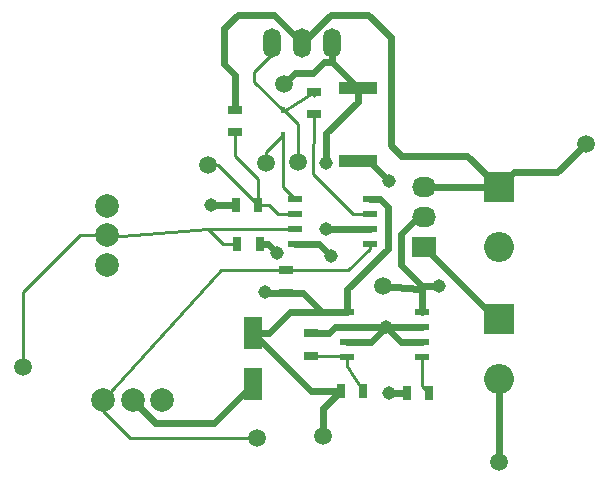
<source format=gtl>
G04 #@! TF.FileFunction,Copper,L1,Top,Signal*
%FSLAX46Y46*%
G04 Gerber Fmt 4.6, Leading zero omitted, Abs format (unit mm)*
G04 Created by KiCad (PCBNEW 4.0.2-stable) date Tuesday, November 15, 2016 'AMt' 11:41:50 AM*
%MOMM*%
G01*
G04 APERTURE LIST*
%ADD10C,0.100000*%
%ADD11R,2.540000X2.540000*%
%ADD12O,2.540000X2.540000*%
%ADD13R,1.600000X2.800000*%
%ADD14R,0.450000X0.590000*%
%ADD15R,2.032000X1.727200*%
%ADD16O,2.032000X1.727200*%
%ADD17O,1.501140X2.499360*%
%ADD18R,0.700000X1.300000*%
%ADD19R,1.300000X0.700000*%
%ADD20C,2.000000*%
%ADD21R,1.143000X0.508000*%
%ADD22C,1.500000*%
%ADD23R,3.200000X1.000000*%
%ADD24C,1.143000*%
%ADD25C,0.609600*%
%ADD26C,0.254000*%
G04 APERTURE END LIST*
D10*
D11*
X143637000Y-64262000D03*
D12*
X143637000Y-69342000D03*
D13*
X122809000Y-76590000D03*
X122809000Y-80890000D03*
D14*
X125349000Y-59856000D03*
X125349000Y-57746000D03*
D11*
X143637000Y-75438000D03*
D12*
X143637000Y-80518000D03*
D15*
X137287000Y-69342000D03*
D16*
X137287000Y-66802000D03*
X137287000Y-64262000D03*
D17*
X127000000Y-52070000D03*
X124460000Y-52070000D03*
X129540000Y-52070000D03*
D18*
X123378000Y-69088000D03*
X121478000Y-69088000D03*
D19*
X121285000Y-57724000D03*
X121285000Y-59624000D03*
D18*
X123251000Y-65786000D03*
X121351000Y-65786000D03*
X137729000Y-81661000D03*
X135829000Y-81661000D03*
X130241000Y-81534000D03*
X132141000Y-81534000D03*
D19*
X127762000Y-78547000D03*
X127762000Y-76647000D03*
X125603000Y-73213000D03*
X125603000Y-71313000D03*
X128016000Y-56200000D03*
X128016000Y-58100000D03*
D20*
X110490000Y-70826000D03*
X110490000Y-68326000D03*
X110490000Y-65826000D03*
X115149000Y-82296000D03*
X112649000Y-82296000D03*
X110149000Y-82296000D03*
D21*
X132715000Y-65278000D03*
X132715000Y-66548000D03*
X132715000Y-67818000D03*
X132715000Y-69088000D03*
X126365000Y-69088000D03*
X126365000Y-67818000D03*
X126365000Y-66548000D03*
X126365000Y-65278000D03*
X137160000Y-74803000D03*
X137160000Y-76073000D03*
X137160000Y-77343000D03*
X137160000Y-78613000D03*
X130810000Y-78613000D03*
X130810000Y-77343000D03*
X130810000Y-76073000D03*
X130810000Y-74803000D03*
D22*
X151003000Y-60579000D03*
X103378000Y-79502000D03*
X123952000Y-62230000D03*
X118999000Y-62357000D03*
X133858000Y-72644000D03*
X128778000Y-85344000D03*
X123190000Y-85471000D03*
X125476000Y-55499000D03*
X126619000Y-62103000D03*
D23*
X131699000Y-55828000D03*
X131699000Y-62028000D03*
D22*
X143637000Y-87503000D03*
D24*
X124841000Y-69850000D03*
X123825000Y-73152000D03*
X134366000Y-63754000D03*
X134366000Y-81661000D03*
X129413000Y-70104000D03*
X119253000Y-65786000D03*
X134112000Y-76073000D03*
X138557000Y-72644000D03*
X129032000Y-67818000D03*
X129032000Y-62230000D03*
D25*
X132715000Y-65278000D02*
X133604000Y-65278000D01*
X130810000Y-72898000D02*
X130810000Y-74803000D01*
X134239000Y-69469000D02*
X130810000Y-72898000D01*
X134239000Y-65913000D02*
X134239000Y-69469000D01*
X133604000Y-65278000D02*
X134239000Y-65913000D01*
X128778000Y-85344000D02*
X128778000Y-82997000D01*
X128778000Y-82997000D02*
X130241000Y-81534000D01*
X124079000Y-69088000D02*
X123378000Y-69088000D01*
X124841000Y-69850000D02*
X124079000Y-69088000D01*
X125603000Y-73213000D02*
X123886000Y-73213000D01*
X123886000Y-73213000D02*
X123825000Y-73152000D01*
X125603000Y-73213000D02*
X127061000Y-73213000D01*
X127061000Y-73213000D02*
X128651000Y-74803000D01*
X122809000Y-76590000D02*
X124197000Y-76590000D01*
X125984000Y-74803000D02*
X128651000Y-74803000D01*
X128651000Y-74803000D02*
X130810000Y-74803000D01*
X124197000Y-76590000D02*
X125984000Y-74803000D01*
X130241000Y-81534000D02*
X127753000Y-81534000D01*
X127753000Y-81534000D02*
X122809000Y-76590000D01*
X143637000Y-80518000D02*
X143637000Y-87503000D01*
X131699000Y-62028000D02*
X132640000Y-62028000D01*
X132640000Y-62028000D02*
X134366000Y-63754000D01*
X131699000Y-62028000D02*
X132767000Y-62028000D01*
X122809000Y-80890000D02*
X122809000Y-80899000D01*
X122809000Y-80899000D02*
X119507000Y-84201000D01*
X119507000Y-84201000D02*
X114554000Y-84201000D01*
X114554000Y-84201000D02*
X112649000Y-82296000D01*
X135829000Y-81661000D02*
X134366000Y-81661000D01*
X126365000Y-69088000D02*
X128397000Y-69088000D01*
X128397000Y-69088000D02*
X129413000Y-70104000D01*
X121351000Y-65786000D02*
X119253000Y-65786000D01*
X137160000Y-76073000D02*
X134112000Y-76073000D01*
X137160000Y-77343000D02*
X135382000Y-77343000D01*
X135382000Y-77343000D02*
X134112000Y-76073000D01*
X130810000Y-77343000D02*
X132842000Y-77343000D01*
X132842000Y-77343000D02*
X134112000Y-76073000D01*
X130810000Y-76073000D02*
X134112000Y-76073000D01*
X127762000Y-76647000D02*
X129220000Y-76647000D01*
X129794000Y-76073000D02*
X130810000Y-76073000D01*
X129220000Y-76647000D02*
X129794000Y-76073000D01*
X133858000Y-72644000D02*
X136906000Y-72898000D01*
X136906000Y-72898000D02*
X137160000Y-72644000D01*
X137160000Y-72644000D02*
X138557000Y-72644000D01*
X137287000Y-66802000D02*
X136779000Y-66802000D01*
X136779000Y-66802000D02*
X135382000Y-68199000D01*
X137160000Y-72644000D02*
X137160000Y-74803000D01*
X135382000Y-70866000D02*
X137160000Y-72644000D01*
X135382000Y-68199000D02*
X135382000Y-70866000D01*
D26*
X123952000Y-62230000D02*
X123952000Y-61253000D01*
X123952000Y-61253000D02*
X125349000Y-59856000D01*
X125349000Y-59856000D02*
X125349000Y-64262000D01*
X125349000Y-64262000D02*
X126365000Y-65278000D01*
X125349000Y-57746000D02*
X125437000Y-57746000D01*
X125437000Y-57746000D02*
X126619000Y-58928000D01*
X126619000Y-58928000D02*
X126619000Y-62103000D01*
X128016000Y-56515000D02*
X128016000Y-56200000D01*
X124460000Y-52070000D02*
X124460000Y-52959000D01*
X124460000Y-52959000D02*
X122936000Y-54483000D01*
X122936000Y-55333000D02*
X125349000Y-57746000D01*
X122936000Y-54483000D02*
X122936000Y-55333000D01*
X128016000Y-56200000D02*
X128016000Y-56007000D01*
X128016000Y-56200000D02*
X125454000Y-57851000D01*
X125454000Y-57851000D02*
X125349000Y-57746000D01*
X124841000Y-52451000D02*
X124460000Y-52070000D01*
D25*
X143637000Y-75438000D02*
X143383000Y-75438000D01*
X143383000Y-75438000D02*
X137287000Y-69342000D01*
X151003000Y-60579000D02*
X148590000Y-62992000D01*
X148590000Y-62992000D02*
X144907000Y-62992000D01*
X144907000Y-62992000D02*
X143637000Y-64262000D01*
X121285000Y-57724000D02*
X121285000Y-54737000D01*
X124587000Y-49657000D02*
X127000000Y-52070000D01*
X121539000Y-49657000D02*
X124587000Y-49657000D01*
X120396000Y-50800000D02*
X121539000Y-49657000D01*
X120396000Y-53848000D02*
X120396000Y-50800000D01*
X121285000Y-54737000D02*
X120396000Y-53848000D01*
X143637000Y-64262000D02*
X137287000Y-64262000D01*
X143637000Y-64262000D02*
X140970000Y-61595000D01*
X129413000Y-49657000D02*
X127000000Y-52070000D01*
X132588000Y-49657000D02*
X129413000Y-49657000D01*
X134493000Y-51562000D02*
X132588000Y-49657000D01*
X134493000Y-60706000D02*
X134493000Y-51562000D01*
X135382000Y-61595000D02*
X134493000Y-60706000D01*
X140970000Y-61595000D02*
X135382000Y-61595000D01*
X131699000Y-55828000D02*
X131699000Y-57023000D01*
X129032000Y-67818000D02*
X132715000Y-67818000D01*
X129032000Y-59690000D02*
X129032000Y-62230000D01*
X131699000Y-57023000D02*
X129032000Y-59690000D01*
X129540000Y-53669000D02*
X128830000Y-53669000D01*
X126365000Y-54610000D02*
X125476000Y-55499000D01*
X127889000Y-54610000D02*
X126365000Y-54610000D01*
X128830000Y-53669000D02*
X127889000Y-54610000D01*
X129540000Y-52070000D02*
X129540000Y-53669000D01*
X129540000Y-53669000D02*
X131699000Y-55828000D01*
D26*
X110490000Y-68326000D02*
X108204000Y-68326000D01*
X103378000Y-73152000D02*
X103378000Y-79502000D01*
X108204000Y-68326000D02*
X103378000Y-73152000D01*
X118999000Y-67818000D02*
X110617000Y-68453000D01*
X110617000Y-68453000D02*
X110490000Y-68326000D01*
X121478000Y-69088000D02*
X120269000Y-69088000D01*
X120269000Y-69088000D02*
X118999000Y-67818000D01*
X126365000Y-67818000D02*
X118999000Y-67818000D01*
X110617000Y-68453000D02*
X110490000Y-68326000D01*
X118999000Y-62357000D02*
X119822000Y-62357000D01*
X119822000Y-62357000D02*
X123251000Y-65786000D01*
X121285000Y-59624000D02*
X121285000Y-61595000D01*
X123251000Y-63561000D02*
X123251000Y-65786000D01*
X121285000Y-61595000D02*
X123251000Y-63561000D01*
X123251000Y-65786000D02*
X124206000Y-65786000D01*
X124968000Y-66548000D02*
X126365000Y-66548000D01*
X124206000Y-65786000D02*
X124968000Y-66548000D01*
X137160000Y-78613000D02*
X137160000Y-81092000D01*
X137160000Y-81092000D02*
X137729000Y-81661000D01*
X127762000Y-78547000D02*
X130744000Y-78547000D01*
X130744000Y-78547000D02*
X130810000Y-78613000D01*
X130810000Y-78613000D02*
X130810000Y-79441000D01*
X130810000Y-79441000D02*
X132141000Y-81534000D01*
X123190000Y-85471000D02*
X112395000Y-85471000D01*
X112395000Y-85471000D02*
X110149000Y-83225000D01*
X110149000Y-83225000D02*
X110149000Y-82296000D01*
X125603000Y-71313000D02*
X120116000Y-71313000D01*
X120116000Y-71313000D02*
X110149000Y-82296000D01*
X132715000Y-69088000D02*
X132715000Y-69469000D01*
X130871000Y-71313000D02*
X125603000Y-71313000D01*
X132715000Y-69469000D02*
X130871000Y-71313000D01*
X110149000Y-82296000D02*
X110149000Y-82256000D01*
X110149000Y-82296000D02*
X110236000Y-82296000D01*
X128016000Y-58100000D02*
X127889000Y-63119000D01*
X131318000Y-66548000D02*
X132715000Y-66548000D01*
X127889000Y-63119000D02*
X131318000Y-66548000D01*
M02*

</source>
